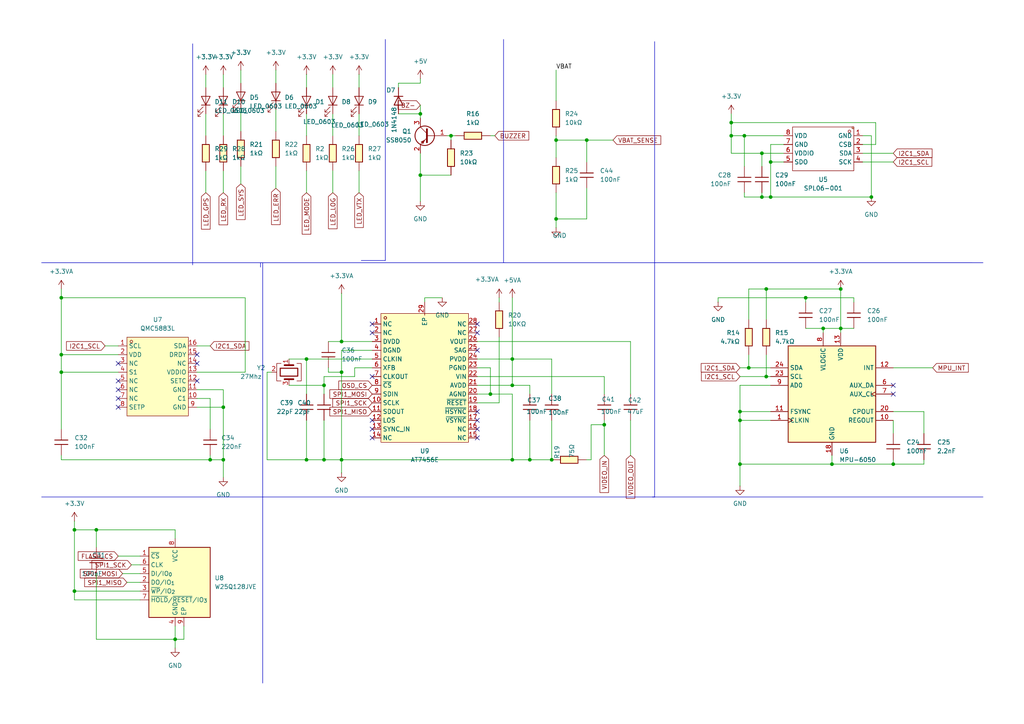
<source format=kicad_sch>
(kicad_sch (version 20250114) (generator "eeschema") (generator_version "9.0")
  (paper "A4")
  (lib_symbols
    (symbol "Device:Crystal_GND24" (pin_names (offset 1.016) (hide yes))
      (property "Reference" "Y" (at 3.175 5.08 0))
      (property "Value" "Crystal_GND24" (at 3.175 3.175 0))
      (symbol "Crystal_GND24_1_1"
        (pin passive line (at -3.81 0 0) (length 1.27) (name "1") (number "1"))
        (pin passive line (at 0 -5.08 90) (length 1.27) (name "G") (number "2"))
        (pin passive line (at 0 -5.08 90) (length 1.27) (hide yes) (name "G") (number "4"))
        (pin passive line (at 3.81 0 180) (length 1.27) (name "3") (number "3"))
      )
    )
    (symbol "Diode:1N4148" (pin_numbers (hide yes)) (pin_names (hide yes))
      (property "Reference" "D" (at 0 2.54 0))
      (property "Value" "1N4148" (at 0 -2.54 0))
      (symbol "1N4148_1_1"
        (pin passive line (at -3.81 0 0) (length 2.54) (name "K") (number "1"))
        (pin passive line (at 3.81 0 180) (length 2.54) (name "A") (number "2"))
      )
    )
    (symbol "Memory_Flash:W25Q128JVE"
      (property "Reference" "U" (at -6.35 11.43 0))
      (property "Value" "W25Q128JVE" (at 7.62 11.43 0))
      (symbol "W25Q128JVE_1_1"
        (pin input line (at -10.16 7.62 0) (length 2.54) (name "~{CS}") (number "1"))
        (pin input line (at -10.16 5.08 0) (length 2.54) (name "CLK") (number "6"))
        (pin bidirectional line (at -10.16 2.54 0) (length 2.54) (name "DI/IO_{0}") (number "5"))
        (pin bidirectional line (at -10.16 0 0) (length 2.54) (name "DO/IO_{1}") (number "2"))
        (pin bidirectional line (at -10.16 -2.54 0) (length 2.54) (name "~{WP}/IO_{2}") (number "3"))
        (pin bidirectional line (at -10.16 -5.08 0) (length 2.54) (name "~{HOLD}/~{RESET}/IO_{3}") (number "7"))
        (pin power_in line (at 0 12.7 270) (length 2.54) (name "VCC") (number "8"))
        (pin power_in line (at 0 -12.7 90) (length 2.54) (name "GND") (number "4"))
        (pin passive line (at 2.54 -12.7 90) (length 2.54) (name "EP") (number "9"))
      )
    )
    (symbol "PCM_fab:C_0603" (pin_numbers (hide yes))
      (property "Reference" "C" (at 0.635 2.54 0))
      (property "Value" "C_0603" (at 0.635 -2.54 0))
      (symbol "C_0603_1_1"
        (pin passive line (at 0 3.81 270) (length 3.175) (name "~") (number "1"))
        (pin passive line (at 0 -3.81 90) (length 3.175) (name "~") (number "2"))
      )
    )
    (symbol "PCM_fab:LED_0603" (pin_numbers (hide yes)) (pin_names (offset 1.016) (hide yes))
      (property "Reference" "D" (at 0 2.54 0))
      (property "Value" "LED_0603" (at 0 -2.54 0))
      (symbol "LED_0603_1_1"
        (pin passive line (at -3.81 0 0) (length 2.54) (name "K") (number "1"))
        (pin passive line (at 3.81 0 180) (length 2.54) (name "A") (number "2"))
      )
    )
    (symbol "PCM_fab:R_0603" (pin_numbers (hide yes)) (pin_names (offset 0))
      (property "Reference" "R" (at 2.54 0 90))
      (property "Value" "R_0603" (at -2.54 0 90))
      (symbol "R_0603_1_1"
        (pin passive line (at 0 5.08 270) (length 2.54) (name "~") (number "1"))
        (pin passive line (at 0 -5.08 90) (length 2.54) (name "~") (number "2"))
      )
    )
    (symbol "Sensor_Motion:MPU-6050"
      (property "Reference" "U" (at -11.43 13.97 0))
      (property "Value" "MPU-6050" (at 7.62 -15.24 0))
      (symbol "MPU-6050_1_1"
        (pin bidirectional line (at -17.78 7.62 0) (length 5.08) (name "SDA") (number "24"))
        (pin input line (at -17.78 5.08 0) (length 5.08) (name "SCL") (number "23"))
        (pin input line (at -17.78 2.54 0) (length 5.08) (name "AD0") (number "9"))
        (pin input line (at -17.78 -5.08 0) (length 5.08) (name "FSYNC") (number "11"))
        (pin input clock (at -17.78 -7.62 0) (length 5.08) (name "CLKIN") (number "1"))
        (pin no_connect line (at -12.7 12.7 0) (length 2.54) (hide yes) (name "NC") (number "2"))
        (pin no_connect line (at -12.7 10.16 0) (length 2.54) (hide yes) (name "NC") (number "3"))
        (pin no_connect line (at -12.7 0 0) (length 2.54) (hide yes) (name "NC") (number "4"))
        (pin no_connect line (at -12.7 -2.54 0) (length 2.54) (hide yes) (name "NC") (number "5"))
        (pin no_connect line (at -12.7 -10.16 0) (length 2.54) (hide yes) (name "NC") (number "14"))
        (pin power_in line (at -2.54 17.78 270) (length 3.81) (name "VLOGIC") (number "8"))
        (pin power_in line (at 0 -17.78 90) (length 3.81) (name "GND") (number "18"))
        (pin power_in line (at 2.54 17.78 270) (length 3.81) (name "VDD") (number "13"))
        (pin no_connect line (at 12.7 12.7 180) (length 2.54) (hide yes) (name "NC") (number "15"))
        (pin no_connect line (at 12.7 10.16 180) (length 2.54) (hide yes) (name "NC") (number "16"))
        (pin no_connect line (at 12.7 5.08 180) (length 2.54) (hide yes) (name "NC") (number "17"))
        (pin no_connect line (at 12.7 -2.54 180) (length 2.54) (hide yes) (name "RESV") (number "21"))
        (pin no_connect line (at 12.7 -10.16 180) (length 2.54) (hide yes) (name "RESV") (number "19"))
        (pin no_connect line (at 12.7 -12.7 180) (length 2.54) (hide yes) (name "RESV") (number "22"))
        (pin output line (at 17.78 7.62 180) (length 5.08) (name "INT") (number "12"))
        (pin bidirectional line (at 17.78 2.54 180) (length 5.08) (name "AUX_DA") (number "6"))
        (pin output clock (at 17.78 0 180) (length 5.08) (name "AUX_CL") (number "7"))
        (pin passive line (at 17.78 -5.08 180) (length 5.08) (name "CPOUT") (number "20"))
        (pin passive line (at 17.78 -7.62 180) (length 5.08) (name "REGOUT") (number "10"))
      )
    )
    (symbol "Transistor_BJT:SS8550" (pin_names (offset 0) (hide yes))
      (property "Reference" "Q" (at 5.08 1.905 0))
      (property "Value" "SS8550" (at 5.08 0 0))
      (symbol "SS8550_1_1"
        (pin input line (at -5.08 0 0) (length 2.54) (name "B") (number "1"))
        (pin passive line (at 2.54 5.08 270) (length 2.54) (name "C") (number "3"))
        (pin passive line (at 2.54 -5.08 90) (length 2.54) (name "E") (number "2"))
      )
    )
    (symbol "easyeda:AT7456E"
      (property "Reference" "U9" (at 0 -19.05 0))
      (property "Value" "AT7456E" (at 0 -21.59 0))
      (symbol "AT7456E_0_1"
        (pin unspecified line (at -15.24 16.51 0) (length 2.54) (name "NC") (number "1"))
        (pin unspecified line (at -15.24 13.97 0) (length 2.54) (name "NC") (number "2"))
        (pin unspecified line (at -15.24 11.43 0) (length 2.54) (name "DVDD") (number "3"))
        (pin unspecified line (at -15.24 8.89 0) (length 2.54) (name "DGND") (number "4"))
        (pin unspecified line (at -15.24 6.35 0) (length 2.54) (name "CLKIN") (number "5"))
        (pin unspecified line (at -15.24 3.81 0) (length 2.54) (name "XFB") (number "6"))
        (pin unspecified line (at -15.24 1.27 0) (length 2.54) (name "CLKOUT") (number "7"))
        (pin unspecified line (at -15.24 -1.27 0) (length 2.54) (name "~{CS}") (number "8"))
        (pin unspecified line (at -15.24 -3.81 0) (length 2.54) (name "SDIN") (number "9"))
        (pin unspecified line (at -15.24 -6.35 0) (length 2.54) (name "SCLK") (number "10"))
        (pin unspecified line (at -15.24 -8.89 0) (length 2.54) (name "SDOUT") (number "11"))
        (pin unspecified line (at -15.24 -11.43 0) (length 2.54) (name "LOS") (number "12"))
        (pin unspecified line (at -15.24 -13.97 0) (length 2.54) (name "SYNC_IN") (number "13"))
        (pin unspecified line (at -15.24 -16.51 0) (length 2.54) (name "NC") (number "14"))
        (pin unspecified line (at 0 22.86 270) (length 3.81) (name "EP") (number "29"))
        (pin unspecified line (at 15.24 16.51 180) (length 2.54) (name "NC") (number "28"))
        (pin unspecified line (at 15.24 13.97 180) (length 2.54) (name "NC") (number "27"))
        (pin unspecified line (at 15.24 11.43 180) (length 2.54) (name "VOUT") (number "26"))
        (pin unspecified line (at 15.24 8.89 180) (length 2.54) (name "SAG") (number "25"))
        (pin unspecified line (at 15.24 6.35 180) (length 2.54) (name "PVDD") (number "24"))
        (pin unspecified line (at 15.24 3.81 180) (length 2.54) (name "PGND") (number "23"))
        (pin unspecified line (at 15.24 1.27 180) (length 2.54) (name "VIN") (number "22"))
        (pin unspecified line (at 15.24 -1.27 180) (length 2.54) (name "AVDD") (number "21"))
        (pin unspecified line (at 15.24 -3.81 180) (length 2.54) (name "AGND") (number "20"))
        (pin unspecified line (at 15.24 -6.35 180) (length 2.54) (name "~{RESET}") (number "19"))
        (pin unspecified line (at 15.24 -8.89 180) (length 2.54) (name "~{HSYNC}") (number "18"))
        (pin unspecified line (at 15.24 -11.43 180) (length 2.54) (name "~{VSYNC}") (number "17"))
        (pin unspecified line (at 15.24 -13.97 180) (length 2.54) (name "NC") (number "16"))
        (pin unspecified line (at 15.24 -16.51 180) (length 2.54) (name "NC") (number "15"))
      )
    )
    (symbol "easyeda:QMC5883L"
      (property "Reference" "U7" (at 0 16.51 0))
      (property "Value" "QMC5883L" (at 0 13.97 0))
      (symbol "QMC5883L_0_1"
        (pin unspecified line (at -11.43 8.89 0) (length 2.54) (name "SCL") (number "1"))
        (pin unspecified line (at -11.43 6.35 0) (length 2.54) (name "VDD") (number "2"))
        (pin unspecified line (at -11.43 3.81 0) (length 2.54) (name "NC") (number "3"))
        (pin unspecified line (at -11.43 1.27 0) (length 2.54) (name "S1") (number "4"))
        (pin unspecified line (at -11.43 -1.27 0) (length 2.54) (name "NC") (number "5"))
        (pin unspecified line (at -11.43 -3.81 0) (length 2.54) (name "NC") (number "6"))
        (pin unspecified line (at -11.43 -6.35 0) (length 2.54) (name "NC") (number "7"))
        (pin unspecified line (at -11.43 -8.89 0) (length 2.54) (name "SETP") (number "8"))
        (pin unspecified line (at 11.43 8.89 180) (length 2.54) (name "SDA") (number "16"))
        (pin unspecified line (at 11.43 6.35 180) (length 2.54) (name "DRDY") (number "15"))
        (pin unspecified line (at 11.43 3.81 180) (length 2.54) (name "NC") (number "14"))
        (pin unspecified line (at 11.43 1.27 180) (length 2.54) (name "VDDIO") (number "13"))
        (pin unspecified line (at 11.43 -1.27 180) (length 2.54) (name "SETC") (number "12"))
        (pin unspecified line (at 11.43 -3.81 180) (length 2.54) (name "GND") (number "11"))
        (pin unspecified line (at 11.43 -6.35 180) (length 2.54) (name "C1") (number "10"))
        (pin unspecified line (at 11.43 -8.89 180) (length 2.54) (name "GND") (number "9"))
      )
    )
    (symbol "easyeda:SPL06-001"
      (property "Reference" "U5" (at 0 11.43 0))
      (property "Value" "SPL06-001" (at 0 8.89 0))
      (symbol "SPL06-001_1_1"
        (pin power_in line (at -11.43 3.81 0) (length 2.54) (name "GND") (number "1"))
        (pin input line (at -11.43 1.27 0) (length 2.54) (name "CSB") (number "2"))
        (pin bidirectional line (at -11.43 -1.27 0) (length 2.54) (name "SDA") (number "3"))
        (pin input line (at -11.43 -3.81 0) (length 2.54) (name "SCK") (number "4"))
        (pin power_in line (at 11.43 3.81 180) (length 2.54) (name "VDD") (number "8"))
        (pin power_in line (at 11.43 1.27 180) (length 2.54) (name "GND") (number "7"))
        (pin power_in line (at 11.43 -1.27 180) (length 2.54) (name "VDDIO") (number "6"))
        (pin input line (at 11.43 -3.81 180) (length 2.54) (name "SDO") (number "5"))
      )
    )
    (symbol "power:+3.3V" (power) (pin_numbers (hide yes)) (pin_names (offset 0) (hide yes))
      (property "Value" "+3.3V" (at 0 3.556 0))
      (symbol "+3.3V_1_1"
        (pin power_in line (at 0 0 90) (length 0) (name "~") (number "1"))
      )
    )
    (symbol "power:+3.3VA" (power) (pin_numbers (hide yes)) (pin_names (offset 0) (hide yes))
      (property "Value" "+3.3VA" (at 0 3.556 0))
      (symbol "+3.3VA_1_1"
        (pin power_in line (at 0 0 90) (length 0) (name "~") (number "1"))
      )
    )
    (symbol "power:+5V" (power) (pin_numbers (hide yes)) (pin_names (offset 0) (hide yes))
      (property "Value" "+5V" (at 0 3.556 0))
      (symbol "+5V_1_1"
        (pin power_in line (at 0 0 90) (length 0) (name "~") (number "1"))
      )
    )
    (symbol "power:+5VA" (power) (pin_numbers (hide yes)) (pin_names (offset 0) (hide yes))
      (property "Value" "+5VA" (at 0 3.556 0))
      (symbol "+5VA_1_1"
        (pin power_in line (at 0 0 90) (length 0) (name "~") (number "1"))
      )
    )
    (symbol "power:GND" (power) (pin_numbers (hide yes)) (pin_names (offset 0) (hide yes))
      (property "Value" "GND" (at 0 -3.81 0))
      (symbol "GND_1_1"
        (pin power_in line (at 0 0 270) (length 0) (name "~") (number "1"))
      )
    )
  )
  (junction (at 215.9 39.37))
  (junction (at 222.25 109.22))
  (junction (at 222.25 83.82))
  (junction (at 214.63 134.62))
  (junction (at 243.84 83.82))
  (junction (at 241.3 134.62))
  (junction (at 175.26 123.19))
  (junction (at 99.06 99.06))
  (junction (at 130.81 39.37))
  (junction (at 121.92 50.8))
  (junction (at 223.52 46.99))
  (junction (at 60.96 133.35))
  (junction (at 238.76 95.25))
  (junction (at 27.94 153.67))
  (junction (at 220.98 57.15))
  (junction (at 170.18 40.64))
  (junction (at 93.98 111.76))
  (junction (at 21.59 171.45))
  (junction (at 17.78 86.36))
  (junction (at 223.52 57.15))
  (junction (at 153.67 133.35))
  (junction (at 21.59 153.67))
  (junction (at 142.24 114.3))
  (junction (at 161.29 63.5))
  (junction (at 212.09 39.37))
  (junction (at 243.84 95.25))
  (junction (at 214.63 121.92))
  (junction (at 99.06 133.35))
  (junction (at 259.08 134.62))
  (junction (at 50.8 185.42))
  (junction (at 212.09 35.56))
  (junction (at 88.9 104.14))
  (junction (at 148.59 104.14))
  (junction (at 17.78 107.95))
  (junction (at 148.59 111.76))
  (junction (at 17.78 102.87))
  (junction (at 161.29 40.64))
  (junction (at 148.59 133.35))
  (junction (at 64.77 133.35))
  (junction (at 64.77 118.11))
  (junction (at 252.73 57.15))
  (junction (at 217.17 106.68))
  (junction (at 214.63 119.38))
  (junction (at 220.98 44.45))
  (junction (at 121.92 33.02))
  (junction (at 88.9 133.35))
  (junction (at 233.68 86.36))
  (junction (at 160.02 133.35))
  (junction (at 99.06 107.95))
  (junction (at 93.98 133.35))
  (no_connect (at 34.29 110.49))
  (no_connect (at 138.43 96.52))
  (no_connect (at 107.95 96.52))
  (no_connect (at 138.43 127))
  (no_connect (at 138.43 121.92))
  (no_connect (at 34.29 105.41))
  (no_connect (at 57.15 110.49))
  (no_connect (at 57.15 102.87))
  (no_connect (at 34.29 113.03))
  (no_connect (at 107.95 127))
  (no_connect (at 107.95 124.46))
  (no_connect (at 107.95 109.22))
  (no_connect (at 259.08 111.76))
  (no_connect (at 138.43 101.6))
  (no_connect (at 138.43 124.46))
  (no_connect (at 107.95 121.92))
  (no_connect (at 138.43 93.98))
  (no_connect (at 57.15 105.41))
  (no_connect (at 259.08 114.3))
  (no_connect (at 34.29 118.11))
  (no_connect (at 138.43 119.38))
  (no_connect (at 34.29 115.57))
  (no_connect (at 107.95 93.98))
  (wire (pts (xy 161.29 63.5) (xy 161.29 66.04)))
  (wire (pts (xy 138.43 109.22) (xy 175.26 109.22)))
  (wire (pts (xy 208.28 87.63) (xy 208.28 86.36)))
  (wire (pts (xy 247.65 86.36) (xy 247.65 87.63)))
  (wire (pts (xy 144.78 86.36) (xy 144.78 87.63)))
  (wire (pts (xy 243.84 83.82) (xy 243.84 95.25)))
  (wire (pts (xy 254 41.91) (xy 254 35.56)))
  (wire (pts (xy 144.78 116.84) (xy 138.43 116.84)))
  (wire (pts (xy 88.9 104.14) (xy 107.95 104.14)))
  (wire (pts (xy 148.59 104.14) (xy 160.02 104.14)))
  (wire (pts (xy 212.09 33.02) (xy 212.09 35.56)))
  (wire (pts (xy 99.06 133.35) (xy 99.06 137.16)))
  (wire (pts (xy 27.94 185.42) (xy 50.8 185.42)))
  (wire (pts (xy 17.78 124.46) (xy 17.78 107.95)))
  (wire (pts (xy 212.09 39.37) (xy 215.9 39.37)))
  (wire (pts (xy 83.82 111.76) (xy 93.98 111.76)))
  (wire (pts (xy 17.78 133.35) (xy 60.96 133.35)))
  (polyline (pts (xy 12.065 144.145) (xy 76.2 144.145)))
  (wire (pts (xy 223.52 57.15) (xy 252.73 57.15)))
  (wire (pts (xy 50.8 181.61) (xy 50.8 185.42)))
  (wire (pts (xy 250.19 41.91) (xy 254 41.91)))
  (wire (pts (xy 222.25 83.82) (xy 222.25 92.71)))
  (polyline (pts (xy 199.39 76.2) (xy 281.94 76.2)))
  (wire (pts (xy 259.08 134.62) (xy 241.3 134.62)))
  (wire (pts (xy 57.15 100.33) (xy 60.96 100.33)))
  (wire (pts (xy 121.92 30.48) (xy 121.92 33.02)))
  (wire (pts (xy 83.82 104.14) (xy 88.9 104.14)))
  (wire (pts (xy 267.97 134.62) (xy 267.97 133.35)))
  (wire (pts (xy 53.34 185.42) (xy 50.8 185.42)))
  (wire (pts (xy 57.15 113.03) (xy 64.77 113.03)))
  (wire (pts (xy 143.51 39.37) (xy 142.24 39.37)))
  (wire (pts (xy 217.17 83.82) (xy 217.17 92.71)))
  (wire (pts (xy 161.29 29.21) (xy 161.29 20.32)))
  (wire (pts (xy 35.56 166.37) (xy 40.64 166.37)))
  (wire (pts (xy 252.73 39.37) (xy 252.73 57.15)))
  (wire (pts (xy 96.52 21.59) (xy 96.52 25.4)))
  (wire (pts (xy 17.78 86.36) (xy 17.78 102.87)))
  (wire (pts (xy 215.9 55.88) (xy 215.9 57.15)))
  (wire (pts (xy 107.95 106.68) (xy 102.87 106.68)))
  (wire (pts (xy 121.92 50.8) (xy 121.92 58.42)))
  (wire (pts (xy 57.15 107.95) (xy 71.12 107.95)))
  (wire (pts (xy 96.52 39.37) (xy 96.52 33.02)))
  (wire (pts (xy 36.83 168.91) (xy 40.64 168.91)))
  (wire (pts (xy 21.59 153.67) (xy 21.59 151.13)))
  (wire (pts (xy 259.08 106.68) (xy 270.51 106.68)))
  (wire (pts (xy 115.57 25.4) (xy 115.57 24.13)))
  (wire (pts (xy 30.48 100.33) (xy 34.29 100.33)))
  (wire (pts (xy 107.95 101.6) (xy 99.06 101.6)))
  (wire (pts (xy 247.65 86.36) (xy 233.68 86.36)))
  (wire (pts (xy 60.96 115.57) (xy 57.15 115.57)))
  (wire (pts (xy 21.59 153.67) (xy 27.94 153.67)))
  (wire (pts (xy 93.98 114.3) (xy 93.98 111.76)))
  (wire (pts (xy 214.63 121.92) (xy 223.52 121.92)))
  (wire (pts (xy 104.14 21.59) (xy 104.14 25.4)))
  (wire (pts (xy 64.77 133.35) (xy 64.77 138.43)))
  (wire (pts (xy 160.02 104.14) (xy 160.02 114.3)))
  (wire (pts (xy 222.25 83.82) (xy 243.84 83.82)))
  (wire (pts (xy 64.77 21.59) (xy 64.77 25.4)))
  (wire (pts (xy 102.87 106.68) (xy 102.87 109.22)))
  (wire (pts (xy 138.43 104.14) (xy 148.59 104.14)))
  (wire (pts (xy 80.01 38.1) (xy 80.01 31.75)))
  (wire (pts (xy 217.17 106.68) (xy 223.52 106.68)))
  (wire (pts (xy 17.78 86.36) (xy 71.12 86.36)))
  (wire (pts (xy 17.78 102.87) (xy 34.29 102.87)))
  (polyline (pts (xy 189.865 144.145) (xy 189.865 76.2)))
  (wire (pts (xy 220.98 55.88) (xy 220.98 57.15)))
  (polyline (pts (xy 75.565 76.2) (xy 75.565 77.47)))
  (wire (pts (xy 220.98 44.45) (xy 212.09 44.45)))
  (wire (pts (xy 69.85 38.1) (xy 69.85 31.75)))
  (wire (pts (xy 123.19 87.63) (xy 123.19 86.36)))
  (wire (pts (xy 69.85 53.34) (xy 69.85 48.26)))
  (wire (pts (xy 64.77 55.88) (xy 64.77 49.53)))
  (wire (pts (xy 259.08 134.62) (xy 267.97 134.62)))
  (wire (pts (xy 208.28 86.36) (xy 233.68 86.36)))
  (wire (pts (xy 153.67 133.35) (xy 160.02 133.35)))
  (wire (pts (xy 129.54 39.37) (xy 130.81 39.37)))
  (wire (pts (xy 138.43 99.06) (xy 182.88 99.06)))
  (wire (pts (xy 259.08 44.45) (xy 250.19 44.45)))
  (wire (pts (xy 102.87 109.22) (xy 93.98 109.22)))
  (wire (pts (xy 130.81 39.37) (xy 130.81 40.64)))
  (wire (pts (xy 59.69 21.59) (xy 59.69 25.4)))
  (wire (pts (xy 214.63 109.22) (xy 222.25 109.22)))
  (wire (pts (xy 40.64 171.45) (xy 21.59 171.45)))
  (wire (pts (xy 93.98 121.92) (xy 93.98 133.35)))
  (wire (pts (xy 104.14 39.37) (xy 104.14 33.02)))
  (wire (pts (xy 78.74 107.95) (xy 77.47 107.95)))
  (polyline (pts (xy 189.865 76.2) (xy 285.115 76.2)))
  (wire (pts (xy 88.9 104.14) (xy 88.9 114.3)))
  (wire (pts (xy 60.96 124.46) (xy 60.96 115.57)))
  (wire (pts (xy 148.59 114.3) (xy 148.59 133.35)))
  (wire (pts (xy 17.78 107.95) (xy 34.29 107.95)))
  (wire (pts (xy 27.94 166.37) (xy 27.94 185.42)))
  (wire (pts (xy 220.98 57.15) (xy 223.52 57.15)))
  (wire (pts (xy 144.78 97.79) (xy 144.78 116.84)))
  (wire (pts (xy 88.9 55.88) (xy 88.9 49.53)))
  (wire (pts (xy 223.52 46.99) (xy 227.33 46.99)))
  (wire (pts (xy 250.19 39.37) (xy 252.73 39.37)))
  (wire (pts (xy 259.08 133.35) (xy 259.08 134.62)))
  (wire (pts (xy 107.95 99.06) (xy 99.06 99.06)))
  (wire (pts (xy 95.25 99.06) (xy 99.06 99.06)))
  (polyline (pts (xy 12.065 76.2) (xy 76.2 76.2)))
  (wire (pts (xy 241.3 134.62) (xy 241.3 132.08)))
  (wire (pts (xy 96.52 55.88) (xy 96.52 49.53)))
  (polyline (pts (xy 189.865 76.2) (xy 199.39 76.2)))
  (wire (pts (xy 77.47 107.95) (xy 77.47 133.35)))
  (polyline (pts (xy 76.2 144.145) (xy 76.2 76.2)))
  (wire (pts (xy 64.77 118.11) (xy 64.77 133.35)))
  (polyline (pts (xy 111.76 75.565) (xy 104.775 75.565)))
  (wire (pts (xy 214.63 134.62) (xy 241.3 134.62)))
  (wire (pts (xy 123.19 86.36) (xy 128.27 86.36)))
  (wire (pts (xy 214.63 106.68) (xy 217.17 106.68)))
  (wire (pts (xy 53.34 181.61) (xy 53.34 185.42)))
  (wire (pts (xy 259.08 121.92) (xy 259.08 125.73)))
  (wire (pts (xy 182.88 132.08) (xy 182.88 121.92)))
  (wire (pts (xy 77.47 133.35) (xy 88.9 133.35)))
  (wire (pts (xy 170.18 63.5) (xy 161.29 63.5)))
  (wire (pts (xy 17.78 107.95) (xy 17.78 102.87)))
  (polyline (pts (xy 146.05 76.2) (xy 146.685 76.2)))
  (wire (pts (xy 115.57 24.13) (xy 121.92 24.13)))
  (wire (pts (xy 138.43 106.68) (xy 142.24 106.68)))
  (wire (pts (xy 175.26 109.22) (xy 175.26 114.3)))
  (wire (pts (xy 153.67 111.76) (xy 153.67 114.3)))
  (wire (pts (xy 99.06 107.95) (xy 99.06 133.35)))
  (wire (pts (xy 38.1 163.83) (xy 40.64 163.83)))
  (wire (pts (xy 142.24 114.3) (xy 148.59 114.3)))
  (wire (pts (xy 99.06 101.6) (xy 99.06 107.95)))
  (wire (pts (xy 233.68 86.36) (xy 233.68 87.63)))
  (wire (pts (xy 212.09 35.56) (xy 212.09 39.37)))
  (wire (pts (xy 220.98 44.45) (xy 227.33 44.45)))
  (wire (pts (xy 160.02 133.35) (xy 160.02 121.92)))
  (wire (pts (xy 132.08 39.37) (xy 130.81 39.37)))
  (wire (pts (xy 215.9 57.15) (xy 220.98 57.15)))
  (wire (pts (xy 80.01 54.61) (xy 80.01 48.26)))
  (wire (pts (xy 212.09 44.45) (xy 212.09 39.37)))
  (wire (pts (xy 93.98 133.35) (xy 99.06 133.35)))
  (wire (pts (xy 121.92 50.8) (xy 130.81 50.8)))
  (wire (pts (xy 259.08 46.99) (xy 250.19 46.99)))
  (wire (pts (xy 57.15 118.11) (xy 64.77 118.11)))
  (wire (pts (xy 27.94 158.75) (xy 27.94 153.67)))
  (wire (pts (xy 217.17 83.82) (xy 222.25 83.82)))
  (wire (pts (xy 34.29 161.29) (xy 40.64 161.29)))
  (wire (pts (xy 233.68 95.25) (xy 238.76 95.25)))
  (wire (pts (xy 222.25 102.87) (xy 222.25 109.22)))
  (wire (pts (xy 59.69 55.88) (xy 59.69 49.53)))
  (wire (pts (xy 214.63 111.76) (xy 214.63 119.38)))
  (wire (pts (xy 182.88 99.06) (xy 182.88 114.3)))
  (wire (pts (xy 161.29 55.88) (xy 161.29 63.5)))
  (wire (pts (xy 21.59 153.67) (xy 21.59 171.45)))
  (wire (pts (xy 138.43 111.76) (xy 148.59 111.76)))
  (wire (pts (xy 215.9 39.37) (xy 227.33 39.37)))
  (wire (pts (xy 220.98 44.45) (xy 220.98 48.26)))
  (wire (pts (xy 93.98 111.76) (xy 93.98 109.22)))
  (wire (pts (xy 60.96 132.08) (xy 60.96 133.35)))
  (wire (pts (xy 121.92 44.45) (xy 121.92 50.8)))
  (wire (pts (xy 95.25 107.95) (xy 99.06 107.95)))
  (wire (pts (xy 21.59 171.45) (xy 21.59 173.99)))
  (wire (pts (xy 80.01 20.32) (xy 80.01 24.13)))
  (wire (pts (xy 223.52 111.76) (xy 214.63 111.76)))
  (wire (pts (xy 171.45 133.35) (xy 171.45 123.19)))
  (polyline (pts (xy 146.05 11.43) (xy 146.05 76.2)))
  (wire (pts (xy 212.09 35.56) (xy 254 35.56)))
  (wire (pts (xy 247.65 95.25) (xy 243.84 95.25)))
  (wire (pts (xy 243.84 95.25) (xy 243.84 96.52)))
  (wire (pts (xy 170.18 133.35) (xy 171.45 133.35)))
  (wire (pts (xy 88.9 133.35) (xy 93.98 133.35)))
  (wire (pts (xy 214.63 121.92) (xy 214.63 134.62)))
  (wire (pts (xy 121.92 33.02) (xy 121.92 34.29)))
  (wire (pts (xy 148.59 104.14) (xy 148.59 111.76)))
  (wire (pts (xy 69.85 20.32) (xy 69.85 24.13)))
  (wire (pts (xy 64.77 113.03) (xy 64.77 118.11)))
  (wire (pts (xy 170.18 40.64) (xy 170.18 46.99)))
  (wire (pts (xy 170.18 40.64) (xy 177.8 40.64)))
  (wire (pts (xy 64.77 39.37) (xy 64.77 33.02)))
  (wire (pts (xy 17.78 132.08) (xy 17.78 133.35)))
  (wire (pts (xy 121.92 22.86) (xy 121.92 24.13)))
  (wire (pts (xy 95.25 106.68) (xy 95.25 107.95)))
  (wire (pts (xy 214.63 119.38) (xy 223.52 119.38)))
  (wire (pts (xy 50.8 153.67) (xy 50.8 156.21)))
  (wire (pts (xy 148.59 133.35) (xy 99.06 133.35)))
  (wire (pts (xy 267.97 119.38) (xy 267.97 125.73)))
  (wire (pts (xy 99.06 99.06) (xy 99.06 85.09)))
  (wire (pts (xy 222.25 109.22) (xy 223.52 109.22)))
  (wire (pts (xy 170.18 54.61) (xy 170.18 63.5)))
  (wire (pts (xy 50.8 185.42) (xy 50.8 187.96)))
  (wire (pts (xy 148.59 111.76) (xy 153.67 111.76)))
  (wire (pts (xy 214.63 140.97) (xy 214.63 134.62)))
  (wire (pts (xy 259.08 119.38) (xy 267.97 119.38)))
  (wire (pts (xy 138.43 114.3) (xy 142.24 114.3)))
  (wire (pts (xy 27.94 153.67) (xy 50.8 153.67)))
  (wire (pts (xy 238.76 96.52) (xy 238.76 95.25)))
  (wire (pts (xy 217.17 102.87) (xy 217.17 106.68)))
  (wire (pts (xy 88.9 121.92) (xy 88.9 133.35)))
  (wire (pts (xy 170.18 40.64) (xy 161.29 40.64)))
  (wire (pts (xy 153.67 121.92) (xy 153.67 133.35)))
  (wire (pts (xy 88.9 39.37) (xy 88.9 33.02)))
  (wire (pts (xy 175.26 123.19) (xy 175.26 132.08)))
  (wire (pts (xy 161.29 40.64) (xy 161.29 39.37)))
  (wire (pts (xy 104.14 55.88) (xy 104.14 49.53)))
  (wire (pts (xy 214.63 119.38) (xy 214.63 121.92)))
  (wire (pts (xy 148.59 86.36) (xy 148.59 104.14)))
  (wire (pts (xy 17.78 83.82) (xy 17.78 86.36)))
  (wire (pts (xy 161.29 45.72) (xy 161.29 40.64)))
  (wire (pts (xy 238.76 95.25) (xy 243.84 95.25)))
  (polyline (pts (xy 189.23 144.145) (xy 285.115 144.145)))
  (wire (pts (xy 60.96 133.35) (xy 64.77 133.35)))
  (wire (pts (xy 115.57 33.02) (xy 121.92 33.02)))
  (polyline (pts (xy 189.865 12.065) (xy 189.865 76.2)))
  (polyline (pts (xy 189.865 76.2) (xy 75.565 76.2)))
  (wire (pts (xy 71.12 107.95) (xy 71.12 86.36)))
  (wire (pts (xy 223.52 46.99) (xy 223.52 57.15)))
  (polyline (pts (xy 111.76 11.43) (xy 111.76 75.565)))
  (wire (pts (xy 40.64 173.99) (xy 21.59 173.99)))
  (wire (pts (xy 223.52 41.91) (xy 223.52 46.99)))
  (wire (pts (xy 59.69 39.37) (xy 59.69 33.02)))
  (polyline (pts (xy 76.2 144.145) (xy 189.865 144.145)))
  (polyline (pts (xy 76.2 144.145) (xy 76.2 198.12)))
  (wire (pts (xy 215.9 48.26) (xy 215.9 39.37)))
  (wire (pts (xy 88.9 21.59) (xy 88.9 25.4)))
  (wire (pts (xy 171.45 123.19) (xy 175.26 123.19)))
  (polyline (pts (xy 55.88 12.7) (xy 55.88 76.835)))
  (wire (pts (xy 142.24 106.68) (xy 142.24 114.3)))
  (wire (pts (xy 175.26 121.92) (xy 175.26 123.19)))
  (wire (pts (xy 227.33 41.91) (xy 223.52 41.91)))
  (wire (pts (xy 148.59 133.35) (xy 153.67 133.35)))
  (label "VBAT" (at 161.29 20.32 0))
  (global_label "LED_SYS" (shape input) (at 69.85 53.34 270) (property "Intersheetrefs" "${INTERSHEET_REFS}" (effects (hide yes))))
  (global_label "VIDEO_IN" (shape input) (at 175.26 132.08 270) (property "Intersheetrefs" "${INTERSHEET_REFS}" (effects (hide yes))))
  (global_label "SPI1_MOSI" (shape input) (at 107.95 114.3 180) (property "Intersheetrefs" "${INTERSHEET_REFS}" (effects (hide yes))))
  (global_label "SPI1_SCK" (shape input) (at 107.95 116.84 180) (property "Intersheetrefs" "${INTERSHEET_REFS}" (effects (hide yes))))
  (global_label "FLASH_CS" (shape input) (at 34.29 161.29 180) (property "Intersheetrefs" "${INTERSHEET_REFS}" (effects (hide yes))))
  (global_label "MPU_INT" (shape input) (at 270.51 106.68 0) (property "Intersheetrefs" "${INTERSHEET_REFS}" (effects (hide yes))))
  (global_label "SPI1_MISO" (shape input) (at 36.83 168.91 180) (property "Intersheetrefs" "${INTERSHEET_REFS}" (effects (hide yes))))
  (global_label "OSD_CS" (shape input) (at 107.95 111.76 180) (property "Intersheetrefs" "${INTERSHEET_REFS}" (effects (hide yes))))
  (global_label "LED_LOG" (shape input) (at 96.52 55.88 270) (property "Intersheetrefs" "${INTERSHEET_REFS}" (effects (hide yes))))
  (global_label "I2C1_SCL" (shape input) (at 214.63 109.22 180) (property "Intersheetrefs" "${INTERSHEET_REFS}" (effects (hide yes))))
  (global_label "SPI1_MISO" (shape input) (at 107.95 119.38 180) (property "Intersheetrefs" "${INTERSHEET_REFS}" (effects (hide yes))))
  (global_label "LED_MODE" (shape input) (at 88.9 55.88 270) (property "Intersheetrefs" "${INTERSHEET_REFS}" (effects (hide yes))))
  (global_label "VIDEO_OUT" (shape input) (at 182.88 132.08 270) (property "Intersheetrefs" "${INTERSHEET_REFS}" (effects (hide yes))))
  (global_label "SPI1_MOSI" (shape input) (at 35.56 166.37 180) (property "Intersheetrefs" "${INTERSHEET_REFS}" (effects (hide yes))))
  (global_label "LED_GPS" (shape input) (at 59.69 55.88 270) (property "Intersheetrefs" "${INTERSHEET_REFS}" (effects (hide yes))))
  (global_label "LED_VTX" (shape input) (at 104.14 55.88 270) (property "Intersheetrefs" "${INTERSHEET_REFS}" (effects (hide yes))))
  (global_label "I2C1_SDA" (shape input) (at 259.08 44.45 0) (property "Intersheetrefs" "${INTERSHEET_REFS}" (effects (hide yes))))
  (global_label "SPI1_SCK" (shape input) (at 38.1 163.83 180) (property "Intersheetrefs" "${INTERSHEET_REFS}" (effects (hide yes))))
  (global_label "I2C1_SDA" (shape input) (at 60.96 100.33 0) (property "Intersheetrefs" "${INTERSHEET_REFS}" (effects (hide yes))))
  (global_label "I2C1_SCL" (shape input) (at 30.48 100.33 180) (property "Intersheetrefs" "${INTERSHEET_REFS}" (effects (hide yes))))
  (global_label "LED_ERR" (shape input) (at 80.01 54.61 270) (property "Intersheetrefs" "${INTERSHEET_REFS}" (effects (hide yes))))
  (global_label "I2C1_SCL" (shape input) (at 259.08 46.99 0) (property "Intersheetrefs" "${INTERSHEET_REFS}" (effects (hide yes))))
  (global_label "BZ-" (shape input) (at 121.92 30.48 180) (property "Intersheetrefs" "${INTERSHEET_REFS}" (effects (hide yes))))
  (global_label "BUZZER" (shape input) (at 143.51 39.37 0) (property "Intersheetrefs" "${INTERSHEET_REFS}" (effects (hide yes))))
  (global_label "I2C1_SDA" (shape input) (at 214.63 106.68 180) (property "Intersheetrefs" "${INTERSHEET_REFS}" (effects (hide yes))))
  (global_label "LED_RX" (shape input) (at 64.77 55.88 270) (property "Intersheetrefs" "${INTERSHEET_REFS}" (effects (hide yes))))
  (global_label "VBAT_SENSE" (shape input) (at 177.8 40.64 0) (property "Intersheetrefs" "${INTERSHEET_REFS}" (effects (hide yes))))
  (symbol (lib_id "power:+3.3V") (at 21.59 151.13 0) (unit 1)
    (property "Reference" "#PWR039" (effects (hide yes)))
    (property "Value" "+3.3V" (at 21.59 146.05 0))
    (property "Description" "Power symbol creates a global label with name \"+3.3V\"" (effects (hide yes)))
  )
  (symbol (lib_id "PCM_fab:C_0603") (at 160.02 118.11 0) (unit 1)
    (property "Reference" "C38" (at 159.004 115.57 0) (effects (justify left)))
    (property "Value" "100nF" (at 159.004 119.634 0) (effects (justify left)))
    (property "Footprint" "PCM_fab:C_0603" (effects (hide yes)))
    (property "Datasheet" "https://www.yageo.com/upload/media/product/productsearch/datasheet/mlcc/UPY-GP_NP0_16V-to-50V_18.pdf" (effects (hide yes)))
    (property "Description" "Unpolarized capacitor, SMD, 1206" (effects (hide yes)))
  )
  (symbol (lib_id "power:+5VA") (at 148.59 86.36 0) (unit 1)
    (property "Reference" "#PWR044" (effects (hide yes)))
    (property "Value" "+5VA" (at 148.59 81.28 0))
    (property "Description" "Power symbol creates a global label with name \"+5VA\"" (effects (hide yes)))
  )
  (symbol (lib_id "PCM_fab:C_0603") (at 170.18 50.8 0) (unit 1)
    (property "Reference" "C44" (at 173.99 49.5299 0) (effects (justify left)))
    (property "Value" "100nF" (at 173.99 52.0699 0) (effects (justify left)))
    (property "Footprint" "PCM_fab:C_0603" (effects (hide yes)))
    (property "Datasheet" "https://www.yageo.com/upload/media/product/productsearch/datasheet/mlcc/UPY-GP_NP0_16V-to-50V_18.pdf" (effects (hide yes)))
    (property "Description" "Unpolarized capacitor, SMD, 1206" (effects (hide yes)))
  )
  (symbol (lib_id "power:GND") (at 252.73 57.15 0) (unit 1)
    (property "Reference" "#PWR026" (effects (hide yes)))
    (property "Value" "GND" (at 252.73 62.23 0))
    (property "Description" "Power symbol creates a global label with name \"GND\" , ground" (effects (hide yes)))
  )
  (symbol (lib_id "power:+3.3V") (at 88.9 21.59 0) (unit 1)
    (property "Reference" "#PWR056" (effects (hide yes)))
    (property "Value" "+3.3V" (at 88.9 16.51 0))
    (property "Description" "Power symbol creates a global label with name \"+3.3V\"" (effects (hide yes)))
  )
  (symbol (lib_id "power:+3.3VA") (at 243.84 83.82 0) (unit 1)
    (property "Reference" "#PWR028" (effects (hide yes)))
    (property "Value" "+3.3VA" (at 243.84 78.74 0))
    (property "Description" "Power symbol creates a global label with name \"+3.3VA\"" (effects (hide yes)))
  )
  (symbol (lib_id "PCM_fab:R_0603") (at 80.01 43.18 0) (unit 1)
    (property "Reference" "R22" (at 82.55 41.9099 0) (effects (justify left)))
    (property "Value" "1kΩ" (at 82.55 44.4499 0) (effects (justify left)))
    (property "Footprint" "PCM_fab:R_0603" (effects (hide yes)))
    (property "Description" "Resistor" (effects (hide yes)))
  )
  (symbol (lib_id "PCM_fab:R_0603") (at 88.9 44.45 0) (unit 1)
    (property "Reference" "R2" (at 91.44 43.1799 0) (effects (justify left)))
    (property "Value" "1kΩ" (at 91.44 45.7199 0) (effects (justify left)))
    (property "Footprint" "PCM_fab:R_0603" (effects (hide yes)))
    (property "Description" "Resistor" (effects (hide yes)))
  )
  (symbol (lib_id "Memory_Flash:W25Q128JVE") (at 50.8 168.91 0) (unit 1)
    (property "Reference" "U8" (at 62.23 167.6399 0) (effects (justify left)))
    (property "Value" "W25Q128JVE" (at 62.23 170.1799 0) (effects (justify left)))
    (property "Footprint" "Package_SON:WSON-8-1EP_8x6mm_P1.27mm_EP3.4x4.3mm" (effects (hide yes)))
    (property "Datasheet" "https://www.winbond.com/resource-files/w25q128jv_dtr%20revc%2003272018%20plus.pdf" (effects (hide yes)))
    (property "Description" "128Mbit / 16MiB Serial Flash Memory, Standard/Dual/Quad SPI, 2.7-3.6V, WSON-8" (effects (hide yes)))
  )
  (symbol (lib_id "easyeda:QMC5883L") (at 45.72 109.22 0) (unit 1)
    (property "Reference" "U7" (at 45.72 92.71 0))
    (property "Value" "QMC5883L" (at 45.72 95.25 0))
    (property "Footprint" "easyeda:LGA-16_L3.0-W3.0-P0.50-BL_SQ" (effects (hide yes)))
    (property "LCSC Part" "C976032" (effects (hide yes)))
  )
  (symbol (lib_id "power:+3.3VA") (at 99.06 85.09 0) (unit 1)
    (property "Reference" "#PWR041" (effects (hide yes)))
    (property "Value" "+3.3VA" (at 99.06 80.01 0))
    (property "Description" "Power symbol creates a global label with name \"+3.3VA\"" (effects (hide yes)))
  )
  (symbol (lib_id "power:GND") (at 208.28 87.63 0) (unit 1)
    (property "Reference" "#PWR029" (effects (hide yes)))
    (property "Value" "GND" (at 208.28 92.71 0))
    (property "Description" "Power symbol creates a global label with name \"GND\" , ground" (effects (hide yes)))
  )
  (symbol (lib_id "Transistor_BJT:SS8550") (at 124.46 39.37 0) (mirror y) (unit 1)
    (property "Reference" "Q1" (at 119.38 38.0999 0) (effects (justify left)))
    (property "Value" "SS8050" (at 119.38 40.6399 0) (effects (justify left)))
    (property "Footprint" "Package_TO_SOT_SMD:SOT-23" (effects (hide yes)))
    (property "Datasheet" "http://www.secosgmbh.com/datasheet/products/SSMPTransistor/SOT-23/SS8550.pdf" (effects (hide yes)))
    (property "Description" "General Purpose PNP Transistor, 1.5A Ic, 25V Vce, SOT-23" (effects (hide yes)))
    (property "Sim.Device" "PNP" (effects (hide yes)))
    (property "Sim.Pins" "1=B 2=E 3=C" (effects (hide yes)))
  )
  (symbol (lib_id "PCM_fab:R_0603") (at 130.81 45.72 0) (unit 1)
    (property "Reference" "R23" (at 133.35 44.4499 0) (effects (justify left)))
    (property "Value" "10kΩ" (at 133.35 46.9899 0) (effects (justify left)))
    (property "Footprint" "PCM_fab:R_0603" (effects (hide yes)))
    (property "Description" "Resistor" (effects (hide yes)))
  )
  (symbol (lib_id "PCM_fab:C_0603") (at 267.97 129.54 0) (unit 1)
    (property "Reference" "C25" (at 271.78 128.2699 0) (effects (justify left)))
    (property "Value" "2.2nF" (at 271.78 130.8099 0) (effects (justify left)))
    (property "Footprint" "PCM_fab:C_0603" (effects (hide yes)))
    (property "Datasheet" "https://www.yageo.com/upload/media/product/productsearch/datasheet/mlcc/UPY-GP_NP0_16V-to-50V_18.pdf" (effects (hide yes)))
    (property "Description" "Unpolarized capacitor, SMD, 1206" (effects (hide yes)))
  )
  (symbol (lib_id "PCM_fab:LED_0603") (at 104.14 29.21 270) (mirror x) (unit 1)
    (property "Reference" "D9" (at 106.68 29.5401 90) (effects (justify left)))
    (property "Value" "LED_0603" (at 103.378 36.068 90) (effects (justify left)))
    (property "Footprint" "PCM_fab:LED_0603" (effects (hide yes)))
    (property "Datasheet" "https://www.digikey.com/en/products/detail/harvatek-corporation/B1911USD-20D000114U1930/15519991" (effects (hide yes)))
    (property "Description" "Light emitting diode, Lite-On Inc. LTST, SMD" (effects (hide yes)))
  )
  (symbol (lib_id "Device:Crystal_GND24") (at 83.82 107.95 270) (unit 1)
    (property "Reference" "Y2" (at 76.962 106.68 90) (effects (justify right)))
    (property "Value" "27Mhz" (at 75.946 109.22 90) (effects (justify right)))
    (property "Footprint" "Crystal:Crystal_SMD_3225-4Pin_3.2x2.5mm" (effects (hide yes)))
    (property "Description" "Four pin crystal, GND on pins 2 and 4" (effects (hide yes)))
    (property private "KLC_S3.3" "The rectangle is not a symbol body but a graphical element" (effects (hide yes)))
    (property private "KLC_S4.1" "Some pins are on 50mil grid to make the symbol small" (effects (hide yes)))
  )
  (symbol (lib_id "PCM_fab:R_0603") (at 137.16 39.37 90) (unit 1)
    (property "Reference" "R16" (at 137.16 33.02 90))
    (property "Value" "1kΩ" (at 137.16 35.56 90))
    (property "Footprint" "PCM_fab:R_0603" (effects (hide yes)))
    (property "Description" "Resistor" (effects (hide yes)))
  )
  (symbol (lib_id "PCM_fab:R_0603") (at 64.77 44.45 0) (unit 1)
    (property "Reference" "R28" (at 67.31 43.1799 0) (effects (justify left)))
    (property "Value" "1kΩ" (at 67.31 45.7199 0) (effects (justify left)))
    (property "Footprint" "PCM_fab:R_0603" (effects (hide yes)))
    (property "Description" "Resistor" (effects (hide yes)))
  )
  (symbol (lib_id "PCM_fab:C_0603") (at 215.9 52.07 0) (unit 1)
    (property "Reference" "C28" (at 212.09 50.7999 0) (effects (justify right)))
    (property "Value" "100nF" (at 212.09 53.3399 0) (effects (justify right)))
    (property "Footprint" "PCM_fab:C_0603" (effects (hide yes)))
    (property "Datasheet" "https://www.yageo.com/upload/media/product/productsearch/datasheet/mlcc/UPY-GP_NP0_16V-to-50V_18.pdf" (effects (hide yes)))
    (property "Description" "Unpolarized capacitor, SMD, 1206" (effects (hide yes)))
  )
  (symbol (lib_id "PCM_fab:R_0603") (at 144.78 92.71 0) (unit 1)
    (property "Reference" "R20" (at 147.32 91.4399 0) (effects (justify left)))
    (property "Value" "10KΩ" (at 147.32 93.9799 0) (effects (justify left)))
    (property "Footprint" "PCM_fab:R_0603" (effects (hide yes)))
    (property "Description" "Resistor" (effects (hide yes)))
  )
  (symbol (lib_id "easyeda:AT7456E") (at 123.19 110.49 0) (unit 1)
    (property "Reference" "U9" (at 123.19 130.81 0))
    (property "Value" "AT7456E" (at 123.19 133.35 0))
    (property "Footprint" "easyeda:TSSOP-28_L9.7-W4.4-P0.65-LS6.4-BL-EP-2" (effects (hide yes)))
    (property "Datasheet" "https://lcsc.com/product-detail/Analog-ICs_AT7456E_C82351.html" (effects (hide yes)))
    (property "LCSC Part" "C82351" (effects (hide yes)))
  )
  (symbol (lib_id "PCM_fab:C_0603") (at 153.67 118.11 0) (unit 1)
    (property "Reference" "C37" (at 152.908 116.078 0) (effects (justify left)))
    (property "Value" "100nF" (at 152.654 119.38 0) (effects (justify left)))
    (property "Footprint" "PCM_fab:C_0603" (effects (hide yes)))
    (property "Datasheet" "https://www.yageo.com/upload/media/product/productsearch/datasheet/mlcc/UPY-GP_NP0_16V-to-50V_18.pdf" (effects (hide yes)))
    (property "Description" "Unpolarized capacitor, SMD, 1206" (effects (hide yes)))
  )
  (symbol (lib_id "PCM_fab:C_0603") (at 95.25 102.87 0) (unit 1)
    (property "Reference" "C36" (at 99.06 101.5999 0) (effects (justify left)))
    (property "Value" "100nF" (at 99.06 104.1399 0) (effects (justify left)))
    (property "Footprint" "PCM_fab:C_0603" (effects (hide yes)))
    (property "Datasheet" "https://www.yageo.com/upload/media/product/productsearch/datasheet/mlcc/UPY-GP_NP0_16V-to-50V_18.pdf" (effects (hide yes)))
    (property "Description" "Unpolarized capacitor, SMD, 1206" (effects (hide yes)))
  )
  (symbol (lib_id "power:+3.3V") (at 80.01 20.32 0) (unit 1)
    (property "Reference" "#PWR048" (effects (hide yes)))
    (property "Value" "+3.3V" (at 80.01 15.24 0))
    (property "Description" "Power symbol creates a global label with name \"+3.3V\"" (effects (hide yes)))
  )
  (symbol (lib_id "PCM_fab:LED_0603") (at 59.69 29.21 270) (mirror x) (unit 1)
    (property "Reference" "D11" (at 62.23 29.5401 90) (effects (justify left)))
    (property "Value" "LED_0603" (at 62.23 32.0801 90) (effects (justify left)))
    (property "Footprint" "PCM_fab:LED_0603" (effects (hide yes)))
    (property "Datasheet" "https://www.digikey.com/en/products/detail/harvatek-corporation/B1911USD-20D000114U1930/15519991" (effects (hide yes)))
    (property "Description" "Light emitting diode, Lite-On Inc. LTST, SMD" (effects (hide yes)))
  )
  (symbol (lib_id "power:+3.3V") (at 212.09 33.02 0) (unit 1)
    (property "Reference" "#PWR033" (effects (hide yes)))
    (property "Value" "+3.3V" (at 212.09 27.94 0))
    (property "Description" "Power symbol creates a global label with name \"+3.3V\"" (effects (hide yes)))
  )
  (symbol (lib_id "PCM_fab:R_0603") (at 165.1 133.35 90) (unit 1)
    (property "Reference" "R19" (at 161.544 133.096 0) (effects (justify left)))
    (property "Value" "75Ω" (at 165.862 132.842 0) (effects (justify left)))
    (property "Footprint" "PCM_fab:R_0603" (effects (hide yes)))
    (property "Description" "Resistor" (effects (hide yes)))
  )
  (symbol (lib_id "PCM_fab:LED_0603") (at 69.85 27.94 270) (mirror x) (unit 1)
    (property "Reference" "D5" (at 72.39 28.2701 90) (effects (justify left)))
    (property "Value" "LED_0603" (at 72.39 30.8101 90) (effects (justify left)))
    (property "Footprint" "PCM_fab:LED_0603" (effects (hide yes)))
    (property "Datasheet" "https://www.digikey.com/en/products/detail/harvatek-corporation/B1911USD-20D000114U1930/15519991" (effects (hide yes)))
    (property "Description" "Light emitting diode, Lite-On Inc. LTST, SMD" (effects (hide yes)))
  )
  (symbol (lib_id "power:+3.3VA") (at 144.78 86.36 0) (unit 1)
    (property "Reference" "#PWR046" (effects (hide yes)))
    (property "Value" "+3.3VA" (at 141.224 81.026 0))
    (property "Description" "Power symbol creates a global label with name \"+3.3VA\"" (effects (hide yes)))
  )
  (symbol (lib_id "power:+3.3VA") (at 17.78 83.82 0) (unit 1)
    (property "Reference" "#PWR040" (effects (hide yes)))
    (property "Value" "+3.3VA" (at 17.78 78.74 0))
    (property "Description" "Power symbol creates a global label with name \"+3.3VA\"" (effects (hide yes)))
  )
  (symbol (lib_id "PCM_fab:C_0603") (at 247.65 91.44 0) (unit 1)
    (property "Reference" "C26" (at 251.46 90.1699 0) (effects (justify left)))
    (property "Value" "100nF" (at 251.46 92.7099 0) (effects (justify left)))
    (property "Footprint" "PCM_fab:C_0603" (effects (hide yes)))
    (property "Datasheet" "https://www.yageo.com/upload/media/product/productsearch/datasheet/mlcc/UPY-GP_NP0_16V-to-50V_18.pdf" (effects (hide yes)))
    (property "Description" "Unpolarized capacitor, SMD, 1206" (effects (hide yes)))
  )
  (symbol (lib_id "PCM_fab:R_0603") (at 217.17 97.79 180) (unit 1)
    (property "Reference" "R14" (at 214.63 96.5199 0) (effects (justify left)))
    (property "Value" "4.7kΩ" (at 214.63 99.0599 0) (effects (justify left)))
    (property "Footprint" "PCM_fab:R_0603" (effects (hide yes)))
    (property "Description" "Resistor" (effects (hide yes)))
  )
  (symbol (lib_id "power:GND") (at 50.8 187.96 0) (unit 1)
    (property "Reference" "#PWR038" (effects (hide yes)))
    (property "Value" "GND" (at 50.8 193.04 0))
    (property "Description" "Power symbol creates a global label with name \"GND\" , ground" (effects (hide yes)))
  )
  (symbol (lib_id "PCM_fab:R_0603") (at 96.52 44.45 0) (unit 1)
    (property "Reference" "R26" (at 99.06 43.1799 0) (effects (justify left)))
    (property "Value" "1kΩ" (at 99.06 45.7199 0) (effects (justify left)))
    (property "Footprint" "PCM_fab:R_0603" (effects (hide yes)))
    (property "Description" "Resistor" (effects (hide yes)))
  )
  (symbol (lib_id "PCM_fab:R_0603") (at 161.29 34.29 180) (unit 1)
    (property "Reference" "R24" (at 163.83 33.0199 0) (effects (justify right)))
    (property "Value" "10kΩ" (at 163.83 35.5599 0) (effects (justify right)))
    (property "Footprint" "PCM_fab:R_0603" (effects (hide yes)))
    (property "Description" "Resistor" (effects (hide yes)))
  )
  (symbol (lib_id "PCM_fab:C_0603") (at 93.98 118.11 0) (unit 1)
    (property "Reference" "C40" (at 90.17 116.8399 0) (effects (justify right)))
    (property "Value" "22pF" (at 90.17 119.3799 0) (effects (justify right)))
    (property "Footprint" "PCM_fab:C_0603" (effects (hide yes)))
    (property "Datasheet" "https://www.yageo.com/upload/media/product/productsearch/datasheet/mlcc/UPY-GP_NP0_16V-to-50V_18.pdf" (effects (hide yes)))
    (property "Description" "Unpolarized capacitor, SMD, 1206" (effects (hide yes)))
  )
  (symbol (lib_id "power:GND") (at 64.77 138.43 0) (unit 1)
    (property "Reference" "#PWR037" (effects (hide yes)))
    (property "Value" "GND" (at 64.77 143.51 0))
    (property "Description" "Power symbol creates a global label with name \"GND\" , ground" (effects (hide yes)))
  )
  (symbol (lib_id "PCM_fab:R_0603") (at 104.14 44.45 0) (unit 1)
    (property "Reference" "R27" (at 106.68 43.1799 0) (effects (justify left)))
    (property "Value" "1kΩ" (at 106.68 45.7199 0) (effects (justify left)))
    (property "Footprint" "PCM_fab:R_0603" (effects (hide yes)))
    (property "Description" "Resistor" (effects (hide yes)))
  )
  (symbol (lib_id "power:+3.3V") (at 59.69 21.59 0) (unit 1)
    (property "Reference" "#PWR060" (effects (hide yes)))
    (property "Value" "+3.3V" (at 59.69 16.51 0))
    (property "Description" "Power symbol creates a global label with name \"+3.3V\"" (effects (hide yes)))
  )
  (symbol (lib_id "power:+3.3V") (at 64.77 21.59 0) (unit 1)
    (property "Reference" "#PWR059" (effects (hide yes)))
    (property "Value" "+3.3V" (at 64.77 16.51 0))
    (property "Description" "Power symbol creates a global label with name \"+3.3V\"" (effects (hide yes)))
  )
  (symbol (lib_id "PCM_fab:R_0603") (at 69.85 43.18 0) (unit 1)
    (property "Reference" "R21" (at 72.39 41.9099 0) (effects (justify left)))
    (property "Value" "1kΩ" (at 72.39 44.4499 0) (effects (justify left)))
    (property "Footprint" "PCM_fab:R_0603" (effects (hide yes)))
    (property "Description" "Resistor" (effects (hide yes)))
  )
  (symbol (lib_id "PCM_fab:LED_0603") (at 80.01 27.94 270) (mirror x) (unit 1)
    (property "Reference" "D6" (at 82.55 28.2701 90) (effects (justify left)))
    (property "Value" "LED_0603" (at 82.55 30.8101 90) (effects (justify left)))
    (property "Footprint" "PCM_fab:LED_0603" (effects (hide yes)))
    (property "Datasheet" "https://www.digikey.com/en/products/detail/harvatek-corporation/B1911USD-20D000114U1930/15519991" (effects (hide yes)))
    (property "Description" "Light emitting diode, Lite-On Inc. LTST, SMD" (effects (hide yes)))
  )
  (symbol (lib_id "PCM_fab:LED_0603") (at 96.52 29.21 270) (mirror x) (unit 1)
    (property "Reference" "D8" (at 99.06 29.5401 90) (effects (justify left)))
    (property "Value" "LED_0603" (at 96.012 36.322 90) (effects (justify left)))
    (property "Footprint" "PCM_fab:LED_0603" (effects (hide yes)))
    (property "Datasheet" "https://www.digikey.com/en/products/detail/harvatek-corporation/B1911USD-20D000114U1930/15519991" (effects (hide yes)))
    (property "Description" "Light emitting diode, Lite-On Inc. LTST, SMD" (effects (hide yes)))
  )
  (symbol (lib_id "power:+3.3V") (at 104.14 21.59 0) (unit 1)
    (property "Reference" "#PWR058" (effects (hide yes)))
    (property "Value" "+3.3V" (at 104.14 16.51 0))
    (property "Description" "Power symbol creates a global label with name \"+3.3V\"" (effects (hide yes)))
  )
  (symbol (lib_id "power:GND") (at 99.06 137.16 0) (unit 1)
    (property "Reference" "#PWR042" (effects (hide yes)))
    (property "Value" "GND" (at 99.06 142.24 0))
    (property "Description" "Power symbol creates a global label with name \"GND\" , ground" (effects (hide yes)))
  )
  (symbol (lib_id "PCM_fab:LED_0603") (at 88.9 29.21 270) (mirror x) (unit 1)
    (property "Reference" "D1" (at 91.44 29.5401 90) (effects (justify left)))
    (property "Value" "LED_0603" (at 87.884 35.306 90) (effects (justify left)))
    (property "Footprint" "PCM_fab:LED_0603" (effects (hide yes)))
    (property "Datasheet" "https://www.digikey.com/en/products/detail/harvatek-corporation/B1911USD-20D000114U1930/15519991" (effects (hide yes)))
    (property "Description" "Light emitting diode, Lite-On Inc. LTST, SMD" (effects (hide yes)))
  )
  (symbol (lib_id "PCM_fab:C_0603") (at 27.94 162.56 0) (unit 1)
    (property "Reference" "C31" (at 26.67 161.036 0) (effects (justify left)))
    (property "Value" "100nF" (at 23.622 166.37 0) (effects (justify left)))
    (property "Footprint" "PCM_fab:C_0603" (effects (hide yes)))
    (property "Datasheet" "https://www.yageo.com/upload/media/product/productsearch/datasheet/mlcc/UPY-GP_NP0_16V-to-50V_18.pdf" (effects (hide yes)))
    (property "Description" "Unpolarized capacitor, SMD, 1206" (effects (hide yes)))
  )
  (symbol (lib_id "PCM_fab:C_0603") (at 88.9 118.11 0) (unit 1)
    (property "Reference" "C39" (at 85.09 116.8399 0) (effects (justify right)))
    (property "Value" "22pF" (at 85.09 119.3799 0) (effects (justify right)))
    (property "Footprint" "PCM_fab:C_0603" (effects (hide yes)))
    (property "Datasheet" "https://www.yageo.com/upload/media/product/productsearch/datasheet/mlcc/UPY-GP_NP0_16V-to-50V_18.pdf" (effects (hide yes)))
    (property "Description" "Unpolarized capacitor, SMD, 1206" (effects (hide yes)))
  )
  (symbol (lib_id "power:+3.3V") (at 69.85 20.32 0) (unit 1)
    (property "Reference" "#PWR047" (effects (hide yes)))
    (property "Value" "+3.3V" (at 69.85 15.24 0))
    (property "Description" "Power symbol creates a global label with name \"+3.3V\"" (effects (hide yes)))
  )
  (symbol (lib_id "PCM_fab:C_0603") (at 259.08 129.54 0) (unit 1)
    (property "Reference" "C24" (at 262.89 128.2699 0) (effects (justify left)))
    (property "Value" "100nF" (at 262.89 130.8099 0) (effects (justify left)))
    (property "Footprint" "PCM_fab:C_0603" (effects (hide yes)))
    (property "Datasheet" "https://www.yageo.com/upload/media/product/productsearch/datasheet/mlcc/UPY-GP_NP0_16V-to-50V_18.pdf" (effects (hide yes)))
    (property "Description" "Unpolarized capacitor, SMD, 1206" (effects (hide yes)))
  )
  (symbol (lib_id "PCM_fab:R_0603") (at 161.29 50.8 180) (unit 1)
    (property "Reference" "R25" (at 163.83 49.5299 0) (effects (justify right)))
    (property "Value" "1kΩ" (at 163.83 52.0699 0) (effects (justify right)))
    (property "Footprint" "PCM_fab:R_0603" (effects (hide yes)))
    (property "Description" "Resistor" (effects (hide yes)))
  )
  (symbol (lib_id "PCM_fab:R_0603") (at 59.69 44.45 0) (unit 1)
    (property "Reference" "R29" (at 62.23 43.1799 0) (effects (justify left)))
    (property "Value" "1kΩ" (at 62.23 45.7199 0) (effects (justify left)))
    (property "Footprint" "PCM_fab:R_0603" (effects (hide yes)))
    (property "Description" "Resistor" (effects (hide yes)))
  )
  (symbol (lib_id "PCM_fab:C_0603") (at 233.68 91.44 0) (unit 1)
    (property "Reference" "C27" (at 237.49 90.1699 0) (effects (justify left)))
    (property "Value" "100nF" (at 237.49 92.7099 0) (effects (justify left)))
    (property "Footprint" "PCM_fab:C_0603" (effects (hide yes)))
    (property "Datasheet" "https://www.yageo.com/upload/media/product/productsearch/datasheet/mlcc/UPY-GP_NP0_16V-to-50V_18.pdf" (effects (hide yes)))
    (property "Description" "Unpolarized capacitor, SMD, 1206" (effects (hide yes)))
  )
  (symbol (lib_id "PCM_fab:C_0603") (at 220.98 52.07 0) (unit 1)
    (property "Reference" "C29" (at 224.79 50.7999 0) (effects (justify left)))
    (property "Value" "100nF" (at 224.79 53.3399 0) (effects (justify left)))
    (property "Footprint" "PCM_fab:C_0603" (effects (hide yes)))
    (property "Datasheet" "https://www.yageo.com/upload/media/product/productsearch/datasheet/mlcc/UPY-GP_NP0_16V-to-50V_18.pdf" (effects (hide yes)))
    (property "Description" "Unpolarized capacitor, SMD, 1206" (effects (hide yes)))
  )
  (symbol (lib_id "power:GND") (at 128.27 86.36 0) (unit 1)
    (property "Reference" "#PWR045" (effects (hide yes)))
    (property "Value" "GND" (at 128.27 91.44 0))
    (property "Description" "Power symbol creates a global label with name \"GND\" , ground" (effects (hide yes)))
  )
  (symbol (lib_id "PCM_fab:C_0603") (at 17.78 128.27 0) (unit 1)
    (property "Reference" "C32" (at 21.59 126.9999 0) (effects (justify left)))
    (property "Value" "100nF" (at 21.59 129.5399 0) (effects (justify left)))
    (property "Footprint" "PCM_fab:C_0603" (effects (hide yes)))
    (property "Datasheet" "https://www.yageo.com/upload/media/product/productsearch/datasheet/mlcc/UPY-GP_NP0_16V-to-50V_18.pdf" (effects (hide yes)))
    (property "Description" "Unpolarized capacitor, SMD, 1206" (effects (hide yes)))
  )
  (symbol (lib_id "PCM_fab:C_0603") (at 60.96 128.27 0) (unit 1)
    (property "Reference" "C34" (at 64.1592 126.9999 0) (effects (justify left)))
    (property "Value" "220nF" (at 64.1592 129.5399 0) (effects (justify left)))
    (property "Footprint" "PCM_fab:C_0603" (effects (hide yes)))
    (property "Datasheet" "https://www.yageo.com/upload/media/product/productsearch/datasheet/mlcc/UPY-GP_NP0_16V-to-50V_18.pdf" (effects (hide yes)))
    (property "Description" "Unpolarized capacitor, SMD, 1206" (effects (hide yes)))
  )
  (symbol (lib_id "power:GND") (at 214.63 140.97 0) (unit 1)
    (property "Reference" "#PWR027" (effects (hide yes)))
    (property "Value" "GND" (at 214.63 146.05 0))
    (property "Description" "Power symbol creates a global label with name \"GND\" , ground" (effects (hide yes)))
  )
  (symbol (lib_id "PCM_fab:LED_0603") (at 64.77 29.21 270) (mirror x) (unit 1)
    (property "Reference" "D10" (at 67.31 29.5401 90) (effects (justify left)))
    (property "Value" "LED_0603" (at 67.31 32.0801 90) (effects (justify left)))
    (property "Footprint" "PCM_fab:LED_0603" (effects (hide yes)))
    (property "Datasheet" "https://www.digikey.com/en/products/detail/harvatek-corporation/B1911USD-20D000114U1930/15519991" (effects (hide yes)))
    (property "Description" "Light emitting diode, Lite-On Inc. LTST, SMD" (effects (hide yes)))
  )
  (symbol (lib_id "Sensor_Motion:MPU-6050") (at 241.3 114.3 0) (unit 1)
    (property "Reference" "U6" (at 243.4433 130.81 0) (effects (justify left)))
    (property "Value" "MPU-6050" (at 243.4433 133.35 0) (effects (justify left)))
    (property "Footprint" "Sensor_Motion:InvenSense_QFN-24_4x4mm_P0.5mm" (effects (hide yes)))
    (property "Datasheet" "https://invensense.tdk.com/wp-content/uploads/2015/02/MPU-6000-Datasheet1.pdf" (effects (hide yes)))
    (property "Description" "InvenSense 6-Axis Motion Sensor, Gyroscope, Accelerometer, I2C" (effects (hide yes)))
  )
  (symbol (lib_id "PCM_fab:C_0603") (at 182.88 118.11 0) (unit 1)
    (property "Reference" "C42" (at 182.118 116.078 0) (effects (justify left)))
    (property "Value" "47uF" (at 181.864 119.38 0) (effects (justify left)))
    (property "Footprint" "PCM_fab:C_0603" (effects (hide yes)))
    (property "Datasheet" "https://www.yageo.com/upload/media/product/productsearch/datasheet/mlcc/UPY-GP_NP0_16V-to-50V_18.pdf" (effects (hide yes)))
    (property "Description" "Unpolarized capacitor, SMD, 1206" (effects (hide yes)))
  )
  (symbol (lib_id "easyeda:SPL06-001") (at 238.76 43.18 0) (mirror y) (unit 1)
    (property "Reference" "U5" (at 238.76 52.07 0))
    (property "Value" "SPL06-001" (at 238.76 54.61 0))
    (property "Footprint" "easyeda:SENSOR-SMD_SPL06-001" (effects (hide yes)))
    (property "LCSC Part" "C2684428" (effects (hide yes)))
  )
  (symbol (lib_id "Diode:1N4148") (at 115.57 29.21 270) (unit 1)
    (property "Reference" "D7" (at 112.014 26.162 90) (effects (justify left)))
    (property "Value" "1N4148" (at 114.3 30.988 0) (effects (justify left)))
    (property "Footprint" "Diode_SMD:D_SOD-123" (effects (hide yes)))
    (property "Datasheet" "https://assets.nexperia.com/documents/data-sheet/1N4148_1N4448.pdf" (effects (hide yes)))
    (property "Description" "100V 0.15A standard switching diode, DO-35" (effects (hide yes)))
    (property "Sim.Device" "D" (effects (hide yes)))
    (property "Sim.Pins" "1=K 2=A" (effects (hide yes)))
  )
  (symbol (lib_id "power:GND") (at 121.92 58.42 0) (unit 1)
    (property "Reference" "#PWR050" (effects (hide yes)))
    (property "Value" "GND" (at 121.92 63.5 0))
    (property "Description" "Power symbol creates a global label with name \"GND\" , ground" (effects (hide yes)))
  )
  (symbol (lib_id "PCM_fab:C_0603") (at 175.26 118.11 0) (unit 1)
    (property "Reference" "C41" (at 174.498 115.824 0) (effects (justify left)))
    (property "Value" "100nF" (at 174.244 119.38 0) (effects (justify left)))
    (property "Footprint" "PCM_fab:C_0603" (effects (hide yes)))
    (property "Datasheet" "https://www.yageo.com/upload/media/product/productsearch/datasheet/mlcc/UPY-GP_NP0_16V-to-50V_18.pdf" (effects (hide yes)))
    (property "Description" "Unpolarized capacitor, SMD, 1206" (effects (hide yes)))
  )
  (symbol (lib_id "power:+5V") (at 121.92 22.86 0) (unit 1)
    (property "Reference" "#PWR049" (effects (hide yes)))
    (property "Value" "+5V" (at 121.92 17.78 0))
    (property "Description" "Power symbol creates a global label with name \"+5V\"" (effects (hide yes)))
  )
  (symbol (lib_id "PCM_fab:R_0603") (at 222.25 97.79 180) (unit 1)
    (property "Reference" "R15" (at 224.79 96.5199 0) (effects (justify right)))
    (property "Value" "4.7kΩ" (at 224.79 99.0599 0) (effects (justify right)))
    (property "Footprint" "PCM_fab:R_0603" (effects (hide yes)))
    (property "Description" "Resistor" (effects (hide yes)))
  )
  (symbol (lib_id "power:GND") (at 161.29 66.04 0) (unit 1)
    (property "Reference" "#PWR051" (effects (hide yes)))
    (property "Value" "GND" (at 162.306 68.326 0))
    (property "Description" "Power symbol creates a global label with name \"GND\" , ground" (effects (hide yes)))
  )
  (symbol (lib_id "power:+3.3V") (at 96.52 21.59 0) (unit 1)
    (property "Reference" "#PWR057" (effects (hide yes)))
    (property "Value" "+3.3V" (at 96.52 16.51 0))
    (property "Description" "Power symbol creates a global label with name \"+3.3V\"" (effects (hide yes)))
  )
)
</source>
